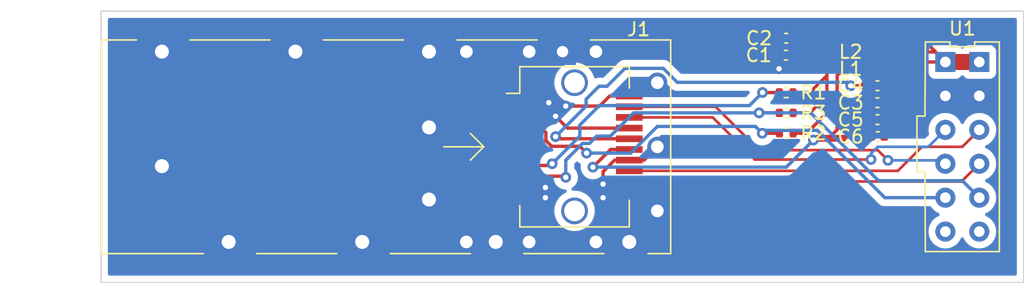
<source format=kicad_pcb>
(kicad_pcb (version 20211014) (generator pcbnew)
  (layers (0 "F.Cu" signal) (31 "B.Cu" signal) (34 "B.Paste" user) (35 "F.Paste" user) (36 "B.SilkS" user "B.Silkscreen") (37 "F.SilkS" user "F.Silkscreen") (38 "B.Mask" user) (39 "F.Mask" user) (44 "Edge.Cuts" user))
  (net 0 "")
  (net 1 "GND")
  (net 3 "/SFP_TX_DIS")
  (net 7 "Net-(J1-Pad7)")
  (net 8 "/SFP_LOSS")
  (net 9 "/SFP_RX_N")
  (net 10 "/SFP_RX_P")
  (net 11 "/SFP_TX_P")
  (net 12 "Net-(C3-Pad1)")
  (net 13 "Net-(J1-Pad15)")
  (net 14 "/SFP_TX_N")
  (net 15 "+3V3")
  (footprint "Capacitor_SMD:C_0402_1005Metric" (layer "F.Cu") (at 162.024 64.262 180)
    (fp_text reference "C1" (at 2.032 0) (layer "F.SilkS"))
    (fp_text value "22uF")
    (fp_line (start -0.107836 -0.36) (end 0.107836 -0.36) (layer "F.SilkS") (width 0.12))
    (fp_line (start -0.107836 0.36) (end 0.107836 0.36) (layer "F.SilkS") (width 0.12))
    (pad "1" smd roundrect (at -0.48 0 180) (size 0.56 0.62) (layers "F.Cu" "F.Paste" "F.Mask") (net 15 "+3V3"))
    (pad "2" smd roundrect (at 0.48 0 180) (size 0.56 0.62) (layers "F.Cu" "F.Paste" "F.Mask") (net 1 "GND"))
  )
  (footprint "Capacitor_SMD:C_0402_1005Metric" (layer "F.Cu") (at 168.882 67.818)
    (fp_text reference "C3" (at -2.004 0) (layer "F.SilkS"))
    (fp_text value "10uF")
    (fp_line (start -0.107836 -0.36) (end 0.107836 -0.36) (layer "F.SilkS") (width 0.12))
    (fp_line (start -0.107836 0.36) (end 0.107836 0.36) (layer "F.SilkS") (width 0.12))
    (pad "1" smd roundrect (at -0.48 0) (size 0.56 0.62) (layers "F.Cu" "F.Paste" "F.Mask") (net 12 "Net-(C3-Pad1)"))
    (pad "2" smd roundrect (at 0.48 0) (size 0.56 0.62) (layers "F.Cu" "F.Paste" "F.Mask") (net 1 "GND"))
  )
  (footprint "Pmod:DIP-12_100" (layer "F.Cu") (at 175.24 71.12 -90)
    (fp_text reference "U1" (at -8.85 0) (layer "F.SilkS"))
    (fp_text value "Pmod_connector")
    (fp_line (start 1.85 2.8) (end 7.85 2.77) (layer "F.SilkS") (width 0.12))
    (fp_line (start -7.49 -0.923333) (end -7.49 0.923333) (layer "F.SilkS") (width 0.12))
    (fp_line (start 7.85 2.77) (end 7.85 -2.769999) (layer "F.SilkS") (width 0.12))
    (fp_line (start -2.35 2.8) (end -7.85 2.769999) (layer "F.SilkS") (width 0.12))
    (fp_line (start 7.85 -2.769999) (end -7.85 -2.77) (layer "F.SilkS") (width 0.12))
    (fp_line (start -7.85 -0.923333) (end -7.49 -0.923333) (layer "F.SilkS") (width 0.12))
    (fp_line (start -7.85 -2.77) (end -7.85 -0.923333) (layer "F.SilkS") (width 0.12))
    (fp_line (start 1.85 3.4) (end 1.85 2.8) (layer "F.SilkS") (width 0.12))
    (fp_line (start -2.3 2.8) (end -2.3 3.4) (layer "F.SilkS") (width 0.12))
    (fp_line (start -2.3 3.4) (end 1.85 3.4) (layer "F.SilkS") (width 0.12))
    (fp_line (start -7.49 0.923333) (end -7.85 0.923333) (layer "F.SilkS") (width 0.12))
    (fp_line (start -7.85 0.923333) (end -7.85 2.769999) (layer "F.SilkS") (width 0.12))
    (pad "1" thru_hole rect (at -6.35 1.27 270) (size 1.5 1.5) (drill 0.8) (layers *.Cu *.Mask) (net 15 "+3V3"))
    (pad "2" thru_hole circle (at -3.81 1.27 270) (size 1.5 1.5) (drill 0.8) (layers *.Cu *.Mask) (net 1 "GND"))
    (pad "3" thru_hole circle (at -1.27 1.27 270) (size 1.5 1.5) (drill 0.8) (layers *.Cu *.Mask) (net 11 "/SFP_TX_P"))
    (pad "4" thru_hole circle (at 1.27 1.27 270) (size 1.5 1.5) (drill 0.8) (layers *.Cu *.Mask) (net 14 "/SFP_TX_N"))
    (pad "5" thru_hole circle (at 3.81 1.27 270) (size 1.5 1.5) (drill 0.8) (layers *.Cu *.Mask) (net 3 "/SFP_TX_DIS"))
    (pad "6" thru_hole circle (at 6.35 1.27 270) (size 1.5 1.5) (drill 0.8) (layers *.Cu *.Mask))
    (pad "7" thru_hole circle (at 6.35 -1.27 270) (size 1.5 1.5) (drill 0.8) (layers *.Cu *.Mask))
    (pad "8" thru_hole circle (at 3.81 -1.27 270) (size 1.5 1.5) (drill 0.8) (layers *.Cu *.Mask) (net 8 "/SFP_LOSS"))
    (pad "9" thru_hole circle (at 1.27 -1.27 270) (size 1.5 1.5) (drill 0.8) (layers *.Cu *.Mask) (net 9 "/SFP_RX_N"))
    (pad "10" thru_hole circle (at -1.27 -1.27 270) (size 1.5 1.5) (drill 0.8) (layers *.Cu *.Mask) (net 10 "/SFP_RX_P"))
    (pad "11" thru_hole circle (at -3.81 -1.27 270) (size 1.5 1.5) (drill 0.8) (layers *.Cu *.Mask) (net 1 "GND"))
    (pad "12" thru_hole rect (at -6.35 -1.27 270) (size 1.5 1.5) (drill 0.8) (layers *.Cu *.Mask) (net 15 "+3V3"))
  )
  (footprint "Resistor_SMD:R_0402_1005Metric" (layer "F.Cu") (at 162.052 68.58)
    (fp_text reference "R3" (at 2.032 0) (layer "F.SilkS"))
    (fp_text value "4.7k")
    (fp_line (start -0.153641 0.38) (end 0.153641 0.38) (layer "F.SilkS") (width 0.12))
    (fp_line (start -0.153641 -0.38) (end 0.153641 -0.38) (layer "F.SilkS") (width 0.12))
    (pad "1" smd roundrect (at -0.51 0) (size 0.54 0.64) (layers "F.Cu" "F.Paste" "F.Mask") (net 8 "/SFP_LOSS"))
    (pad "2" smd roundrect (at 0.51 0) (size 0.54 0.64) (layers "F.Cu" "F.Paste" "F.Mask") (net 15 "+3V3"))
  )
  (footprint "Capacitor_SMD:C_0402_1005Metric" (layer "F.Cu") (at 162.052 62.992 180)
    (fp_text reference "C2" (at 2.032 0) (layer "F.SilkS"))
    (fp_text value "0.1uF")
    (fp_line (start -0.107836 -0.36) (end 0.107836 -0.36) (layer "F.SilkS") (width 0.12))
    (fp_line (start -0.107836 0.36) (end 0.107836 0.36) (layer "F.SilkS") (width 0.12))
    (pad "1" smd roundrect (at -0.48 0 180) (size 0.56 0.62) (layers "F.Cu" "F.Paste" "F.Mask") (net 15 "+3V3"))
    (pad "2" smd roundrect (at 0.48 0 180) (size 0.56 0.62) (layers "F.Cu" "F.Paste" "F.Mask") (net 1 "GND"))
  )
  (footprint "Resistor_SMD:R_0402_1005Metric" (layer "F.Cu") (at 162.05 67.056 180)
    (fp_text reference "R1" (at -2.034 0) (layer "F.SilkS"))
    (fp_text value "4.7k")
    (fp_line (start -0.153641 0.38) (end 0.153641 0.38) (layer "F.SilkS") (width 0.12))
    (fp_line (start -0.153641 -0.38) (end 0.153641 -0.38) (layer "F.SilkS") (width 0.12))
    (pad "1" smd roundrect (at -0.51 0 180) (size 0.54 0.64) (layers "F.Cu" "F.Paste" "F.Mask") (net 15 "+3V3"))
    (pad "2" smd roundrect (at 0.51 0 180) (size 0.54 0.64) (layers "F.Cu" "F.Paste" "F.Mask") (net 7 "Net-(J1-Pad7)"))
  )
  (footprint "Capacitor_SMD:C_0402_1005Metric" (layer "F.Cu") (at 168.882 66.548)
    (fp_text reference "C4" (at -2.004 0) (layer "F.SilkS"))
    (fp_text value "0.1uF")
    (fp_line (start -0.107836 0.36) (end 0.107836 0.36) (layer "F.SilkS") (width 0.12))
    (fp_line (start -0.107836 -0.36) (end 0.107836 -0.36) (layer "F.SilkS") (width 0.12))
    (pad "1" smd roundrect (at -0.48 0) (size 0.56 0.62) (layers "F.Cu" "F.Paste" "F.Mask") (net 12 "Net-(C3-Pad1)"))
    (pad "2" smd roundrect (at 0.48 0) (size 0.56 0.62) (layers "F.Cu" "F.Paste" "F.Mask") (net 1 "GND"))
  )
  (footprint "Resistor_SMD:R_0402_1005Metric" (layer "F.Cu") (at 162.054 70.104 180)
    (fp_text reference "R2" (at -2.03 0) (layer "F.SilkS"))
    (fp_text value "4.7k")
    (fp_line (start -0.153641 0.38) (end 0.153641 0.38) (layer "F.SilkS") (width 0.12))
    (fp_line (start -0.153641 -0.38) (end 0.153641 -0.38) (layer "F.SilkS") (width 0.12))
    (pad "1" smd roundrect (at -0.51 0 180) (size 0.54 0.64) (layers "F.Cu" "F.Paste" "F.Mask") (net 15 "+3V3"))
    (pad "2" smd roundrect (at 0.51 0 180) (size 0.54 0.64) (layers "F.Cu" "F.Paste" "F.Mask") (net 3 "/SFP_TX_DIS"))
  )
  (footprint "Inductor_SMD:L_0402_1005Metric" (layer "F.Cu") (at 168.933 64.008 180)
    (fp_text reference "L2" (at 2.055 0) (layer "F.SilkS"))
    (fp_text value "220@100MHz")
    (pad "1" smd roundrect (at -0.485 0 180) (size 0.59 0.64) (layers "F.Cu" "F.Paste" "F.Mask") (net 15 "+3V3"))
    (pad "2" smd roundrect (at 0.485 0 180) (size 0.59 0.64) (layers "F.Cu" "F.Paste" "F.Mask") (net 13 "Net-(J1-Pad15)"))
  )
  (footprint "Inductor_SMD:L_0402_1005Metric" (layer "F.Cu") (at 168.91 65.278 180)
    (fp_text reference "L1" (at 2.032 0) (layer "F.SilkS"))
    (fp_text value "220@100MHz")
    (pad "1" smd roundrect (at -0.485 0 180) (size 0.59 0.64) (layers "F.Cu" "F.Paste" "F.Mask") (net 15 "+3V3"))
    (pad "2" smd roundrect (at 0.485 0 180) (size 0.59 0.64) (layers "F.Cu" "F.Paste" "F.Mask") (net 12 "Net-(C3-Pad1)"))
  )
  (footprint "Capacitor_SMD:C_0402_1005Metric" (layer "F.Cu") (at 168.91 70.358)
    (fp_text reference "C6" (at -2.032 0 180) (layer "F.SilkS"))
    (fp_text value "0.1uF")
    (fp_line (start -0.107836 0.36) (end 0.107836 0.36) (layer "F.SilkS") (width 0.12))
    (fp_line (start -0.107836 -0.36) (end 0.107836 -0.36) (layer "F.SilkS") (width 0.12))
    (pad "1" smd roundrect (at -0.48 0) (size 0.56 0.62) (layers "F.Cu" "F.Paste" "F.Mask") (net 13 "Net-(J1-Pad15)"))
    (pad "2" smd roundrect (at 0.48 0) (size 0.56 0.62) (layers "F.Cu" "F.Paste" "F.Mask") (net 1 "GND"))
  )
  (footprint "Capacitor_SMD:C_0402_1005Metric" (layer "F.Cu") (at 168.882 69.088)
    (fp_text reference "C5" (at -2.004 0) (layer "F.SilkS"))
    (fp_text value "10uF")
    (fp_line (start -0.107836 -0.36) (end 0.107836 -0.36) (layer "F.SilkS") (width 0.12))
    (fp_line (start -0.107836 0.36) (end 0.107836 0.36) (layer "F.SilkS") (width 0.12))
    (pad "1" smd roundrect (at -0.48 0) (size 0.56 0.62) (layers "F.Cu" "F.Paste" "F.Mask") (net 13 "Net-(J1-Pad15)"))
    (pad "2" smd roundrect (at 0.48 0) (size 0.56 0.62) (layers "F.Cu" "F.Paste" "F.Mask") (net 1 "GND"))
  )
  (footprint "Connector:Connector_SFP_and_Cage" (layer "F.Cu") (at 152.4 71.12)
    (fp_text reference "J1" (at -1.4 -8.8) (layer "F.SilkS"))
    (fp_text value "SFP")
    (fp_line (start -13 0) (end -14 1) (layer "F.SilkS") (width 0.12))
    (fp_line (start -2.1 4) (end -2.1 6) (layer "F.SilkS") (width 0.12))
    (fp_line (start -10.3 4.4) (end -10.3 6) (layer "F.SilkS") (width 0.12))
    (fp_line (start -2.1 -4.4) (end -2.1 -6) (layer "F.SilkS") (width 0.12))
    (fp_line (start -10 8) (end -4 8) (layer "F.SilkS") (width 0.12))
    (fp_line (start -10.3 -6) (end -10.3 -4) (layer "F.SilkS") (width 0.12))
    (fp_line (start 1 8) (end 1 -8) (layer "F.SilkS") (width 0.12))
    (fp_line (start -13 0) (end -14 -1) (layer "F.SilkS") (width 0.12))
    (fp_line (start -29 -8) (end -35 -8) (layer "F.SilkS") (width 0.12))
    (fp_line (start -34 8) (end -41.6 8) (layer "F.SilkS") (width 0.12))
    (fp_line (start -30 8) (end -24 8) (layer "F.SilkS") (width 0.12))
    (fp_line (start -41.6 8) (end -41.6 -8) (layer "F.SilkS") (width 0.12))
    (fp_line (start -0.7 8) (end 1 8) (layer "F.SilkS") (width 0.12))
    (fp_line (start -19 -8) (end -25 -8) (layer "F.SilkS") (width 0.12))
    (fp_line (start 1 -8) (end -5 -8) (layer "F.SilkS") (width 0.12))
    (fp_line (start -9 -8) (end -15 -8) (layer "F.SilkS") (width 0.12))
    (fp_line (start -13 0) (end -16 0) (layer "F.SilkS") (width 0.12))
    (fp_line (start -2.1 -6) (end -10.3 -6) (layer "F.SilkS") (width 0.12))
    (fp_line (start -39 -8) (end -41.6 -8) (layer "F.SilkS") (width 0.12))
    (fp_line (start -10.3 -4) (end -11.3 -4) (layer "F.SilkS") (width 0.12))
    (fp_line (start -2.1 6) (end -10.3 6) (layer "F.SilkS") (width 0.12))
    (fp_line (start -20 8) (end -14 8) (layer "F.SilkS") (width 0.12))
    (pad "" np_thru_hole circle (at -6.2 4.8) (size 2 2) (drill 1.55) (layers *.Cu *.Mask))
    (pad "" np_thru_hole circle (at -6.2 -4.8) (size 2 2) (drill 1.55) (layers *.Cu *.Mask))
    (pad "1" smd rect (at -10.3 -3.4) (size 2 0.5) (layers "F.Cu" "F.Paste" "F.Mask") (net 1 "GND"))
    (pad "2" smd rect (at -10.3 -2.6) (size 2 0.5) (layers "F.Cu" "F.Paste" "F.Mask"))
    (pad "3" smd rect (at -10.3 -1.8) (size 2 0.5) (layers "F.Cu" "F.Paste" "F.Mask") (net 3 "/SFP_TX_DIS"))
    (pad "4" smd rect (at -10.3 -1) (size 2 0.5) (layers "F.Cu" "F.Paste" "F.Mask"))
    (pad "5" smd rect (at -10.3 -0.2) (size 2 0.5) (layers "F.Cu" "F.Paste" "F.Mask"))
    (pad "6" smd rect (at -10.3 0.6) (size 2 0.5) (layers "F.Cu" "F.Paste" "F.Mask"))
    (pad "7" smd rect (at -10.3 1.4) (size 2 0.5) (layers "F.Cu" "F.Paste" "F.Mask") (net 7 "Net-(J1-Pad7)"))
    (pad "8" smd rect (at -10.3 2.2) (size 2 0.5) (layers "F.Cu" "F.Paste" "F.Mask") (net 8 "/SFP_LOSS"))
    (pad "9" smd rect (at -10.3 3) (size 2 0.5) (layers "F.Cu" "F.Paste" "F.Mask") (net 1 "GND"))
    (pad "10" smd rect (at -10.3 3.8) (size 2 0.5) (layers "F.Cu" "F.Paste" "F.Mask") (net 1 "GND"))
    (pad "11" smd rect (at -2.1 3.4) (size 2 0.5) (layers "F.Cu" "F.Paste" "F.Mask") (net 1 "GND"))
    (pad "12" smd rect (at -2.1 2.6) (size 2 0.5) (layers "F.Cu" "F.Paste" "F.Mask") (net 9 "/SFP_RX_N"))
    (pad "13" smd rect (at -2.1 1.8) (size 2 0.5) (layers "F.Cu" "F.Paste" "F.Mask") (net 10 "/SFP_RX_P"))
    (pad "14" smd rect (at -2.1 1) (size 2 0.5) (layers "F.Cu" "F.Paste" "F.Mask") (net 1 "GND"))
    (pad "15" smd rect (at -2.1 0.2) (size 2 0.5) (layers "F.Cu" "F.Paste" "F.Mask") (net 13 "Net-(J1-Pad15)"))
    (pad "16" smd rect (at -2.1 -0.6) (size 2 0.5) (layers "F.Cu" "F.Paste" "F.Mask") (net 12 "Net-(C3-Pad1)"))
    (pad "17" smd rect (at -2.1 -1.4) (size 2 0.5) (layers "F.Cu" "F.Paste" "F.Mask") (net 1 "GND"))
    (pad "18" smd rect (at -2.1 -2.2) (size 2 0.5) (layers "F.Cu" "F.Paste" "F.Mask") (net 11 "/SFP_TX_P"))
    (pad "19" smd rect (at -2.1 -3) (size 2 0.5) (layers "F.Cu" "F.Paste" "F.Mask") (net 14 "/SFP_TX_N"))
    (pad "20" smd rect (at -2.1 -3.8) (size 2 0.5) (layers "F.Cu" "F.Paste" "F.Mask") (net 1 "GND"))
    (pad "CAGE" thru_hole rect (at -2.1 7.125) (size 2 2) (drill 1.05) (layers *.Cu *.Mask) (net 1 "GND"))
    (pad "CAGE" thru_hole rect (at -17.1 -7.125) (size 2 2) (drill 1.05) (layers *.Cu *.Mask) (net 1 "GND"))
    (pad "CAGE" thru_hole rect (at -27.1 -7.125) (size 2 2) (drill 1.05) (layers *.Cu *.Mask) (net 1 "GND"))
    (pad "CAGE" thru_hole circle (at -4.6 7.125) (size 1.5 1.5) (drill 0.95) (layers *.Cu *.Mask) (net 1 "GND"))
    (pad "CAGE" thru_hole rect (at -17.1 3.95) (size 2 2) (drill 1.05) (layers *.Cu *.Mask) (net 1 "GND"))
    (pad "CAGE" thru_hole rect (at -37.1 1.45) (size 2 2) (drill 1.05) (layers *.Cu *.Mask) (net 1 "GND"))
    (pad "CAGE" thru_hole circle (at 0 4.8) (size 1.5 1.5) (drill 0.95) (layers *.Cu *.Mask) (net 1 "GND"))
    (pad "CAGE" thru_hole rect (at -22.1 7.125) (size 2 2) (drill 1.05) (layers *.Cu *.Mask) (net 1 "GND"))
    (pad "CAGE" thru_hole circle (at -14.3 -7.125) (size 1.5 1.5) (drill 0.95) (layers *.Cu *.Mask) (net 1 "GND"))
    (pad "CAGE" thru_hole circle (at 0 -4.8) (size 1.5 1.5) (drill 0.95) (layers *.Cu *.Mask) (net 1 "GND"))
    (pad "CAGE" thru_hole circle (at -9.6 7.125) (size 1.5 1.5) (drill 0.95) (layers *.Cu *.Mask) (net 1 "GND"))
    (pad "CAGE" thru_hole rect (at -37.1 -7.125) (size 2 2) (drill 1.05) (layers *.Cu *.Mask) (net 1 "GND"))
    (pad "CAGE" thru_hole circle (at -4.6 -7.125) (size 1.5 1.5) (drill 0.95) (layers *.Cu *.Mask) (net 1 "GND"))
    (pad "CAGE" thru_hole rect (at -12.1 7.125) (size 2 2) (drill 1.05) (layers *.Cu *.Mask) (net 1 "GND"))
    (pad "CAGE" thru_hole rect (at -17.1 -1.45) (size 2 2) (drill 1.05) (layers *.Cu *.Mask) (net 1 "GND"))
    (pad "CAGE" thru_hole circle (at 0 0) (size 1.5 1.5) (drill 0.95) (layers *.Cu *.Mask) (net 1 "GND"))
    (pad "CAGE" thru_hole circle (at -9.6 -7.125) (size 1.5 1.5) (drill 0.95) (layers *.Cu *.Mask) (net 1 "GND"))
    (pad "CAGE" thru_hole circle (at -14.3 7.125) (size 1.5 1.5) (drill 0.95) (layers *.Cu *.Mask) (net 1 "GND"))
    (pad "CAGE" thru_hole rect (at -7.1 -7.125) (size 2 2) (drill 0.85) (layers *.Cu *.Mask) (net 1 "GND"))
    (pad "CAGE" thru_hole rect (at -32.1 7.125) (size 2 2) (drill 1.05) (layers *.Cu *.Mask) (net 1 "GND"))
  )
  (gr_line (start 179.832 81.28) (end 110.744 81.28) (layer "Edge.Cuts") (width 0.1))
  (gr_line (start 110.744 81.28) (end 110.744 62.992) (layer "Edge.Cuts") (width 0.1))
  (gr_line (start 110.744 62.992) (end 110.744 60.96) (layer "Edge.Cuts") (width 0.1))
  (gr_line (start 110.744 60.96) (end 179.832 60.96) (layer "Edge.Cuts") (width 0.1))
  (gr_line (start 179.832 60.96) (end 179.832 81.28) (layer "Edge.Cuts") (width 0.1))
  (segment (start 144.018 74.93) (end 142.11 74.93) (width 0.25) (layer "F.Cu") (net 1))
  (segment (start 144.78 68.834) (end 145.666 69.72) (width 0.25) (layer "F.Cu") (net 1))
  (segment (start 142.1 67.72) (end 144.174 67.72) (width 0.25) (layer "F.Cu") (net 1))
  (segment (start 172.974 66.548) (end 173.736 67.31) (width 0.25) (layer "F.Cu") (net 1))
  (segment (start 148.834 67.32) (end 150.3 67.32) (width 0.25) (layer "F.Cu") (net 1))
  (segment (start 142.1 74.12) (end 143.97 74.12) (width 0.25) (layer "F.Cu") (net 1))
  (segment (start 161.572 62.992) (end 161.572 64.234) (width 0.25) (layer "F.Cu") (net 1))
  (segment (start 172.954 68.326) (end 173.97 67.31) (width 0.25) (layer "F.Cu") (net 1))
  (segment (start 144.174 67.72) (end 144.272 67.818) (width 0.25) (layer "F.Cu") (net 1))
  (segment (start 149.2 72.12) (end 150.3 72.12) (width 0.25) (layer "F.Cu") (net 1))
  (segment (start 150.3 72.12) (end 151.4 72.12) (width 0.25) (layer "F.Cu") (net 1))
  (segment (start 169.39 70.358) (end 169.39 70.132) (width 0.25) (layer "F.Cu") (net 1))
  (segment (start 171.196 68.326) (end 172.954 68.326) (width 0.25) (layer "F.Cu") (net 1))
  (segment (start 148.746 74.52) (end 150.3 74.52) (width 0.25) (layer "F.Cu") (net 1))
  (segment (start 148.336 74.93) (end 148.746 74.52) (width 0.25) (layer "F.Cu") (net 1))
  (segment (start 169.39 70.132) (end 171.196 68.326) (width 0.25) (layer "F.Cu") (net 1))
  (segment (start 169.87 67.31) (end 173.97 67.31) (width 0.25) (layer "F.Cu") (net 1))
  (segment (start 169.362 69.088) (end 169.362 68.89) (width 0.25) (layer "F.Cu") (net 1))
  (segment (start 151.975 66.395) (end 151.975 66.32) (width 0.25) (layer "F.Cu") (net 1))
  (segment (start 148.336 72.984) (end 149.2 72.12) (width 0.25) (layer "F.Cu") (net 1))
  (segment (start 173.736 67.31) (end 173.97 67.31) (width 0.25) (layer "F.Cu") (net 1))
  (segment (start 145.666 69.72) (end 150.3 69.72) (width 0.25) (layer "F.Cu") (net 1))
  (segment (start 148.082 68.072) (end 148.834 67.32) (width 0.25) (layer "F.Cu") (net 1))
  (segment (start 148.336 73.914) (end 148.336 72.984) (width 0.25) (layer "F.Cu") (net 1))
  (segment (start 161.544 64.262) (end 161.544 65.25) (width 0.25) (layer "F.Cu") (net 1))
  (segment (start 173.462 67.818) (end 173.97 67.31) (width 0.25) (layer "F.Cu") (net 1))
  (segment (start 145.542 68.072) (end 148.082 68.072) (width 0.25) (layer "F.Cu") (net 1))
  (segment (start 150.3 67.32) (end 151.05 67.32) (width 0.25) (layer "F.Cu") (net 1))
  (segment (start 170.434 67.818) (end 173.462 67.818) (width 0.25) (layer "F.Cu") (net 1))
  (segment (start 151.4 72.12) (end 152.4 71.12) (width 0.25) (layer "F.Cu") (net 1))
  (segment (start 143.97 74.12) (end 144.018 74.168) (width 0.25) (layer "F.Cu") (net 1))
  (segment (start 169.362 66.548) (end 172.974 66.548) (width 0.25) (layer "F.Cu") (net 1))
  (segment (start 142.11 74.93) (end 142.1 74.92) (width 0.25) (layer "F.Cu") (net 1))
  (segment (start 161.572 64.234) (end 161.544 64.262) (width 0.25) (layer "F.Cu") (net 1))
  (segment (start 169.362 68.89) (end 170.434 67.818) (width 0.25) (layer "F.Cu") (net 1))
  (segment (start 151.05 67.32) (end 151.975 66.395) (width 0.25) (layer "F.Cu") (net 1))
  (segment (start 161.544 65.25) (end 161.516 65.278) (width 0.25) (layer "F.Cu") (net 1))
  (segment (start 169.362 67.818) (end 169.87 67.31) (width 0.25) (layer "F.Cu") (net 1))
  (via (at 148.336 73.914) (size 0.8) (drill 0.4) (layers "F.Cu" "B.Cu") (net 1))
  (via (at 144.272 67.818) (size 0.8) (drill 0.4) (layers "F.Cu" "B.Cu") (net 1))
  (via (at 144.78 68.834) (size 0.8) (drill 0.4) (layers "F.Cu" "B.Cu") (net 1))
  (via (at 144.018 74.93) (size 0.8) (drill 0.4) (layers "F.Cu" "B.Cu") (net 1))
  (via (at 161.516 65.278) (size 0.8) (drill 0.4) (layers "F.Cu" "B.Cu") (net 1))
  (via (at 145.542 68.072) (size 0.8) (drill 0.4) (layers "F.Cu" "B.Cu") (net 1))
  (via (at 144.018 74.168) (size 0.8) (drill 0.4) (layers "F.Cu" "B.Cu") (net 1))
  (via (at 148.336 74.93) (size 0.8) (drill 0.4) (layers "F.Cu" "B.Cu") (net 1))
  (segment (start 144.479695 71.083) (end 144.055 70.658305) (width 0.25) (layer "F.Cu") (net 3))
  (segment (start 160.259273 70.104) (end 160.257369 70.105904) (width 0.25) (layer "F.Cu") (net 3))
  (segment (start 144.055 70.057695) (end 143.317305 69.32) (width 0.25) (layer "F.Cu") (net 3))
  (segment (start 161.544 70.104) (end 160.259273 70.104) (width 0.25) (layer "F.Cu") (net 3))
  (segment (start 144.055 70.658305) (end 144.055 70.057695) (width 0.25) (layer "F.Cu") (net 3))
  (segment (start 146.590588 71.083) (end 144.479695 71.083) (width 0.25) (layer "F.Cu") (net 3))
  (segment (start 143.317305 69.32) (end 142.1 69.32) (width 0.25) (layer "F.Cu") (net 3))
  (segment (start 147.100441 71.592853) (end 146.590588 71.083) (width 0.25) (layer "F.Cu") (net 3))
  (via (at 160.257369 70.105904) (size 0.8) (drill 0.4) (layers "F.Cu" "B.Cu") (net 3))
  (via (at 147.100441 71.592853) (size 0.8) (drill 0.4) (layers "F.Cu" "B.Cu") (net 3))
  (segment (start 150.406867 71.592853) (end 152.40372 69.596) (width 0.25) (layer "B.Cu") (net 3))
  (segment (start 169.427305 74.93) (end 173.97 74.93) (width 0.25) (layer "B.Cu") (net 3))
  (segment (start 160.257369 70.105904) (end 160.471974 69.891299) (width 0.25) (layer "B.Cu") (net 3))
  (segment (start 159.747465 69.596) (end 160.257369 70.105904) (width 0.25) (layer "B.Cu") (net 3))
  (segment (start 164.388604 69.891299) (end 169.427305 74.93) (width 0.25) (layer "B.Cu") (net 3))
  (segment (start 147.100441 71.592853) (end 150.406867 71.592853) (width 0.25) (layer "B.Cu") (net 3))
  (segment (start 160.471974 69.891299) (end 164.388604 69.891299) (width 0.25) (layer "B.Cu") (net 3))
  (segment (start 152.40372 69.596) (end 159.747465 69.596) (width 0.25) (layer "B.Cu") (net 3))
  (segment (start 142.1 72.52) (end 144.396 72.52) (width 0.25) (layer "F.Cu") (net 7))
  (segment (start 144.396 72.52) (end 144.526 72.39) (width 0.25) (layer "F.Cu") (net 7))
  (segment (start 160.274 67.056) (end 161.54 67.056) (width 0.25) (layer "F.Cu") (net 7))
  (via (at 160.274 67.056) (size 0.8) (drill 0.4) (layers "F.Cu" "B.Cu") (net 7))
  (via (at 144.526 72.39) (size 0.8) (drill 0.4) (layers "F.Cu" "B.Cu") (net 7))
  (segment (start 144.526 72.39) (end 146.595 70.321) (width 0.25) (layer "B.Cu") (net 7))
  (segment (start 146.595 70.321) (end 146.595 69.495195) (width 0.25) (layer "B.Cu") (net 7))
  (segment (start 146.595 69.495195) (end 148.055195 68.035) (width 0.25) (layer "B.Cu") (net 7))
  (segment (start 148.055195 68.035) (end 159.295 68.035) (width 0.25) (layer "B.Cu") (net 7))
  (segment (start 159.295 68.035) (end 160.274 67.056) (width 0.25) (layer "B.Cu") (net 7))
  (segment (start 160.02 68.58) (end 161.542 68.58) (width 0.25) (layer "F.Cu") (net 8))
  (segment (start 145.456 73.32) (end 141.846 73.32) (width 0.25) (layer "F.Cu") (net 8))
  (segment (start 145.542 73.406) (end 145.456 73.32) (width 0.25) (layer "F.Cu") (net 8))
  (via (at 160.02 68.58) (size 0.8) (drill 0.4) (layers "F.Cu" "B.Cu") (net 8))
  (via (at 145.542 73.406) (size 0.8) (drill 0.4) (layers "F.Cu" "B.Cu") (net 8))
  (segment (start 145.542 72.125988) (end 145.790994 71.876994) (width 0.25) (layer "B.Cu") (net 8))
  (segment (start 147.318148 70.867853) (end 147.865001 70.321) (width 0.25) (layer "B.Cu") (net 8))
  (segment (start 148.881 70.321) (end 150.622 68.58) (width 0.25) (layer "B.Cu") (net 8))
  (segment (start 168.963195 73.66) (end 175.24 73.66) (width 0.25) (layer "B.Cu") (net 8))
  (segment (start 163.883195 68.58) (end 168.963195 73.66) (width 0.25) (layer "B.Cu") (net 8))
  (segment (start 145.542 73.406) (end 145.542 72.125988) (width 0.25) (layer "B.Cu") (net 8))
  (segment (start 150.622 68.58) (end 160.02 68.58) (width 0.25) (layer "B.Cu") (net 8))
  (segment (start 145.790994 71.876994) (end 146.800136 70.867853) (width 0.25) (layer "B.Cu") (net 8))
  (segment (start 147.865001 70.321) (end 148.881 70.321) (width 0.25) (layer "B.Cu") (net 8))
  (segment (start 146.800136 70.867853) (end 147.318148 70.867853) (width 0.25) (layer "B.Cu") (net 8))
  (segment (start 160.02 68.58) (end 163.883195 68.58) (width 0.25) (layer "B.Cu") (net 8))
  (segment (start 175.24 73.66) (end 176.51 74.93) (width 0.25) (layer "B.Cu") (net 8))
  (segment (start 145.542 72.125989) (end 145.790994 71.876994) (width 0.25) (layer "B.Cu") (net 8))
  (segment (start 175.18 73.72) (end 176.51 72.39) (width 0.2) (layer "F.Cu") (net 9))
  (segment (start 150.3 73.72) (end 175.18 73.72) (width 0.2) (layer "F.Cu") (net 9))
  (segment (start 150.3 72.92) (end 170.412 72.92) (width 0.2) (layer "F.Cu") (net 10))
  (segment (start 170.412 72.92) (end 172.212 71.12) (width 0.2) (layer "F.Cu") (net 10))
  (segment (start 172.212 71.12) (end 175.24 71.12) (width 0.2) (layer "F.Cu") (net 10))
  (segment (start 175.24 71.12) (end 176.51 69.85) (width 0.2) (layer "F.Cu") (net 10))
  (segment (start 159.7035 72.0735) (end 156.55 68.92) (width 0.2) (layer "F.Cu") (net 11))
  (segment (start 156.55 68.92) (end 150.3 68.92) (width 0.2) (layer "F.Cu") (net 11))
  (segment (start 168.402 72.0735) (end 159.7035 72.0735) (width 0.2) (layer "F.Cu") (net 11))
  (via (at 168.402 72.0735) (size 0.8) (drill 0.4) (layers "F.Cu" "B.Cu") (net 11))
  (segment (start 168.402 72.0735) (end 168.402 71.628) (width 0.2) (layer "B.Cu") (net 11))
  (segment (start 172.7 71.12) (end 173.97 69.85) (width 0.2) (layer "B.Cu") (net 11))
  (segment (start 168.91 71.12) (end 172.7 71.12) (width 0.2) (layer "B.Cu") (net 11))
  (segment (start 168.402 71.628) (end 168.91 71.12) (width 0.2) (layer "B.Cu") (net 11))
  (segment (start 144.78 70.358) (end 144.942 70.52) (width 0.25) (layer "F.Cu") (net 12))
  (segment (start 168.425 65.278) (end 168.425 65.763) (width 0.25) (layer "F.Cu") (net 12))
  (segment (start 168.402 67.818) (end 168.402 67.31) (width 0.25) (layer "F.Cu") (net 12))
  (segment (start 168.402 66.548) (end 167.64 66.548) (width 0.25) (layer "F.Cu") (net 12))
  (segment (start 166.878 66.548) (end 167.64 66.548) (width 0.25) (layer "F.Cu") (net 12))
  (segment (start 168.425 65.763) (end 167.64 66.548) (width 0.25) (layer "F.Cu") (net 12))
  (segment (start 144.942 70.52) (end 150.3 70.52) (width 0.25) (layer "F.Cu") (net 12))
  (segment (start 168.402 67.31) (end 167.64 66.548) (width 0.25) (layer "F.Cu") (net 12))
  (via (at 166.878 66.548) (size 0.8) (drill 0.4) (layers "F.Cu" "B.Cu") (net 12))
  (via (at 144.78 70.358) (size 0.8) (drill 0.4) (layers "F.Cu" "B.Cu") (net 12))
  (segment (start 147.066 67.554695) (end 147.066 68.072) (width 0.25) (layer "B.Cu") (net 12))
  (segment (start 153.89428 66.294) (end 152.84528 65.245) (width 0.25) (layer "B.Cu") (net 12))
  (segment (start 152.84528 65.245) (end 149.976305 65.245) (width 0.25) (layer "B.Cu") (net 12))
  (segment (start 166.878 66.548) (end 166.624 66.294) (width 0.25) (layer "B.Cu") (net 12))
  (segment (start 166.624 66.294) (end 153.89428 66.294) (width 0.25) (layer "B.Cu") (net 12))
  (segment (start 147.066 68.072) (end 144.78 70.358) (width 0.25) (layer "B.Cu") (net 12))
  (segment (start 148.035695 66.585) (end 147.066 67.554695) (width 0.25) (layer "B.Cu") (net 12))
  (segment (start 148.636305 66.585) (end 148.035695 66.585) (width 0.25) (layer "B.Cu") (net 12))
  (segment (start 149.976305 65.245) (end 148.636305 66.585) (width 0.25) (layer "B.Cu") (net 12))
  (segment (start 165.862 69.85) (end 165.354 70.358) (width 0.25) (layer "F.Cu") (net 13))
  (segment (start 164.592 70.358) (end 164.346598 70.358) (width 0.25) (layer "F.Cu") (net 13))
  (segment (start 166.365701 70.616299) (end 167.894 69.088) (width 0.25) (layer "F.Cu") (net 13))
  (segment (start 147.574 72.644) (end 148.898 71.32) (width 0.25) (layer "F.Cu") (net 13))
  (segment (start 148.898 71.32) (end 150.3 71.32) (width 0.25) (layer "F.Cu") (net 13))
  (segment (start 164.088299 70.616299) (end 166.365701 70.616299) (width 0.25) (layer "F.Cu") (net 13))
  (segment (start 165.354 70.358) (end 164.592 70.358) (width 0.25) (layer "F.Cu") (net 13))
  (segment (start 167.894 69.088) (end 168.402 69.088) (width 0.25) (layer "F.Cu") (net 13))
  (segment (start 168.448 64.008) (end 167.64 64.008) (width 0.25) (layer "F.Cu") (net 13))
  (segment (start 164.346598 70.358) (end 164.088299 70.616299) (width 0.25) (layer "F.Cu") (net 13))
  (segment (start 165.862 65.786) (end 165.862 69.85) (width 0.25) (layer "F.Cu") (net 13))
  (segment (start 168.43 70.358) (end 164.592 70.358) (width 0.25) (layer "F.Cu") (net 13))
  (segment (start 167.64 64.008) (end 165.862 65.786) (width 0.25) (layer "F.Cu") (net 13))
  (via (at 164.088299 70.616299) (size 0.8) (drill 0.4) (layers "F.Cu" "B.Cu") (net 13))
  (via (at 147.574 72.644) (size 0.8) (drill 0.4) (layers "F.Cu" "B.Cu") (net 13))
  (segment (start 162.060598 72.644) (end 147.574 72.644) (width 0.25) (layer "B.Cu") (net 13))
  (segment (start 164.088299 70.616299) (end 162.060598 72.644) (width 0.25) (layer "B.Cu") (net 13))
  (segment (start 160.02 71.374) (end 168.91 71.374) (width 0.2) (layer "F.Cu") (net 14))
  (segment (start 156.766 68.12) (end 160.02 71.374) (width 0.2) (layer "F.Cu") (net 14))
  (segment (start 168.91 71.374) (end 169.672 72.136) (width 0.2) (layer "F.Cu") (net 14))
  (segment (start 150.3 68.12) (end 156.766 68.12) (width 0.2) (layer "F.Cu") (net 14))
  (via (at 169.672 72.136) (size 0.8) (drill 0.4) (layers "F.Cu" "B.Cu") (net 14))
  (segment (start 173.716 72.136) (end 173.97 72.39) (width 0.2) (layer "B.Cu") (net 14))
  (segment (start 169.672 72.136) (end 173.716 72.136) (width 0.2) (layer "B.Cu") (net 14))
  (segment (start 167.386 62.992) (end 172.212 62.992) (width 0.25) (layer "F.Cu") (net 15))
  (segment (start 173.218 63.998) (end 173.218 64.018) (width 0.25) (layer "F.Cu") (net 15))
  (segment (start 165.1 65.786) (end 165.1 65.278) (width 0.25) (layer "F.Cu") (net 15))
  (segment (start 163.83 68.58) (end 165.1 67.31) (width 0.25) (layer "F.Cu") (net 15))
  (segment (start 163.83 67.056) (end 165.1 65.786) (width 0.25) (layer "F.Cu") (net 15))
  (segment (start 169.903 64.77) (end 173.97 64.77) (width 0.25) (layer "F.Cu") (net 15))
  (segment (start 164.592 64.262) (end 165.862 62.992) (width 0.25) (layer "F.Cu") (net 15))
  (segment (start 162.56 67.056) (end 163.83 67.056) (width 0.25) (layer "F.Cu") (net 15))
  (segment (start 169.395 65.278) (end 169.903 64.77) (width 0.25) (layer "F.Cu") (net 15))
  (segment (start 165.1 67.31) (end 165.1 65.786) (width 0.25) (layer "F.Cu") (net 15))
  (segment (start 162.564 70.104) (end 163.576 70.104) (width 0.25) (layer "F.Cu") (net 15))
  (segment (start 172.212 62.992) (end 173.218 63.998) (width 0.25) (layer "F.Cu") (net 15))
  (segment (start 173.218 64.018) (end 173.97 64.77) (width 0.25) (layer "F.Cu") (net 15))
  (segment (start 169.428 64.018) (end 173.218 64.018) (width 0.25) (layer "F.Cu") (net 15))
  (segment (start 162.504 64.262) (end 164.592 64.262) (width 0.25) (layer "F.Cu") (net 15))
  (segment (start 163.576 70.104) (end 165.1 68.58) (width 0.25) (layer "F.Cu") (net 15))
  (segment (start 165.1 65.278) (end 167.386 62.992) (width 0.25) (layer "F.Cu") (net 15))
  (segment (start 162.562 68.58) (end 163.83 68.58) (width 0.25) (layer "F.Cu") (net 15))
  (segment (start 165.862 62.992) (end 167.386 62.992) (width 0.25) (layer "F.Cu") (net 15))
  (segment (start 173.97 64.77) (end 176.51 64.77) (width 1.2) (layer "F.Cu") (net 15))
  (segment (start 162.532 62.992) (end 165.862 62.992) (width 0.25) (layer "F.Cu") (net 15))
  (segment (start 169.418 64.008) (end 169.428 64.018) (width 0.25) (layer "F.Cu") (net 15))
  (segment (start 165.1 68.58) (end 165.1 67.31) (width 0.25) (layer "F.Cu") (net 15))
  (zone (net 1) (net_name "GND") (layer "B.Cu") (connect_pads yes (clearance 0.508)) (min_thickness 0.254) (fill yes (thermal_gap 0.508) (thermal_bridge_width 0.508))
    (polygon (pts (xy 179.324 80.772) (xy 111.252 80.772) (xy 111.252 61.468) (xy 179.324 61.468)))
  )
)
</source>
